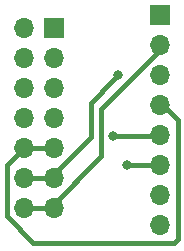
<source format=gbr>
G04 #@! TF.GenerationSoftware,KiCad,Pcbnew,(5.1.2-1)-1*
G04 #@! TF.CreationDate,2020-02-14T00:11:40-08:00*
G04 #@! TF.ProjectId,KEYPAD,4b455950-4144-42e6-9b69-6361645f7063,rev?*
G04 #@! TF.SameCoordinates,Original*
G04 #@! TF.FileFunction,Copper,L2,Bot*
G04 #@! TF.FilePolarity,Positive*
%FSLAX46Y46*%
G04 Gerber Fmt 4.6, Leading zero omitted, Abs format (unit mm)*
G04 Created by KiCad (PCBNEW (5.1.2-1)-1) date 2020-02-14 00:11:40*
%MOMM*%
%LPD*%
G04 APERTURE LIST*
%ADD10O,1.700000X1.700000*%
%ADD11R,1.700000X1.700000*%
%ADD12C,0.800000*%
%ADD13C,0.406400*%
G04 APERTURE END LIST*
D10*
X15760000Y-31040000D03*
X18300000Y-31040000D03*
X15760000Y-28500000D03*
X18300000Y-28500000D03*
X15760000Y-25960000D03*
X18300000Y-25960000D03*
X15760000Y-23420000D03*
X18300000Y-23420000D03*
X15760000Y-20880000D03*
X18300000Y-20880000D03*
X15760000Y-18340000D03*
X18300000Y-18340000D03*
X15760000Y-15800000D03*
D11*
X18300000Y-15800000D03*
D10*
X27300000Y-32500000D03*
X27300000Y-29960000D03*
X27300000Y-27420000D03*
X27300000Y-24880000D03*
X27300000Y-22340000D03*
X27300000Y-19800000D03*
X27300000Y-17260000D03*
D11*
X27300000Y-14720000D03*
D12*
X24500000Y-27400000D03*
X23309610Y-24900002D03*
X23705999Y-19805999D03*
D13*
X27200000Y-27400000D02*
X25065685Y-27400000D01*
X27300000Y-27300000D02*
X27200000Y-27400000D01*
X25065685Y-27400000D02*
X24500000Y-27400000D01*
X27499998Y-24900002D02*
X23875295Y-24900002D01*
X27500000Y-24900000D02*
X27499998Y-24900002D01*
X23875295Y-24900002D02*
X23309610Y-24900002D01*
X28759601Y-33640399D02*
X28759601Y-23559601D01*
X28440399Y-33959601D02*
X28759601Y-33640399D01*
X16519391Y-33959601D02*
X28440399Y-33959601D01*
X14300399Y-31740609D02*
X16519391Y-33959601D01*
X14300399Y-27419601D02*
X14300399Y-31740609D01*
X15760000Y-25960000D02*
X14300399Y-27419601D01*
X28759601Y-23559601D02*
X27500000Y-22300000D01*
X18300000Y-25960000D02*
X15860000Y-25960000D01*
X15860000Y-25960000D02*
X15700000Y-25800000D01*
X21400000Y-25020210D02*
X21400000Y-22111998D01*
X21400000Y-22111998D02*
X23306000Y-20205998D01*
X17920210Y-28500000D02*
X21400000Y-25020210D01*
X23306000Y-20205998D02*
X23705999Y-19805999D01*
X15760000Y-28500000D02*
X17920210Y-28500000D01*
X22300000Y-22639790D02*
X27300000Y-17639790D01*
X22300000Y-26660210D02*
X22300000Y-22639790D01*
X27300000Y-17639790D02*
X27300000Y-17200000D01*
X17920210Y-31040000D02*
X22300000Y-26660210D01*
X15760000Y-31040000D02*
X17920210Y-31040000D01*
M02*

</source>
